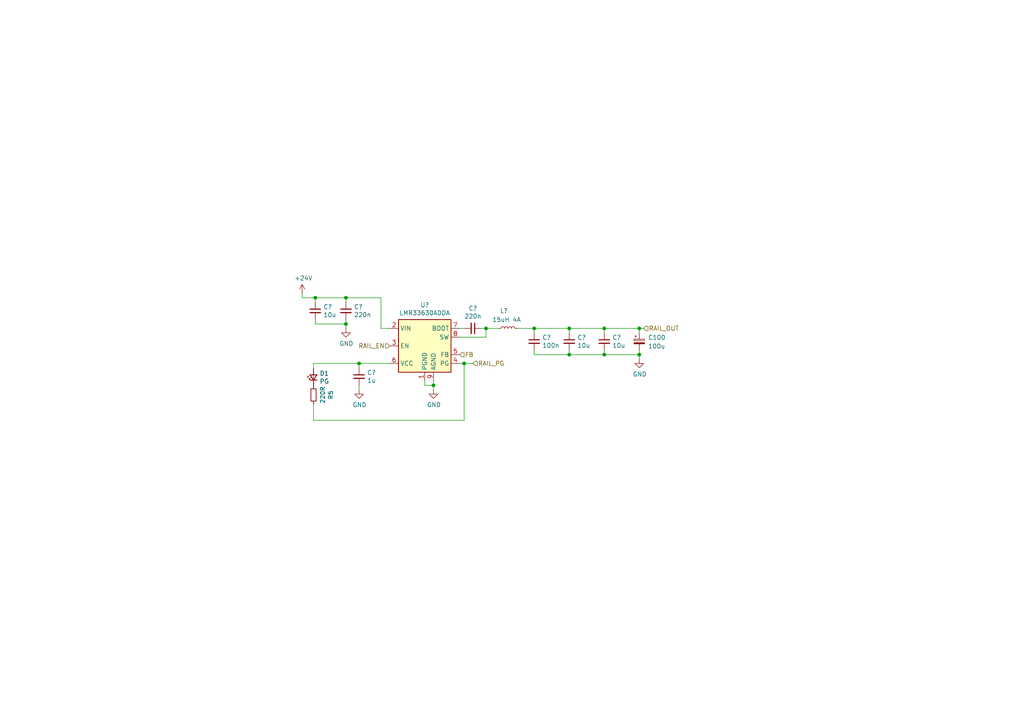
<source format=kicad_sch>
(kicad_sch (version 20230121) (generator eeschema)
  (paper "A4")
  (lib_symbols
    (symbol "+24V_4" (power) (pin_names (offset 0))
      (property "Value" "+24V_4" (at 0 3.556 0))
      (symbol "+24V_4_0_1"
        (polyline (pts (xy -0.762 1.27) (xy 0 2.54)))
        (polyline (pts (xy 0 0) (xy 0 2.54)))
        (polyline (pts (xy 0 2.54) (xy 0.762 1.27)))
      )
      (symbol "+24V_4_1_1"
        (pin power_in line (at 0 0 90) (length 0) hide (name "+24V") (number "1"))
      )
    )
    (symbol "Device:C_Polarized_Small" (pin_numbers hide) (pin_names (offset 0.254) hide)
      (property "Reference" "C" (at 0.254 1.778 0))
      (property "Value" "C_Polarized_Small" (at 0.254 -2.032 0))
      (symbol "C_Polarized_Small_0_1"
        (rectangle (start -1.524 -0.3048) (end 1.524 -0.6858) (fill (type outline)))
        (rectangle (start -1.524 0.6858) (end 1.524 0.3048))
        (polyline (pts (xy -1.27 1.524) (xy -0.762 1.524)))
        (polyline (pts (xy -1.016 1.27) (xy -1.016 1.778)))
      )
      (symbol "C_Polarized_Small_1_1"
        (pin passive line (at 0 2.54 270) (length 1.8542) (name "~") (number "1"))
        (pin passive line (at 0 -2.54 90) (length 1.8542) (name "~") (number "2"))
      )
    )
    (symbol "Device:C_Small" (pin_numbers hide) (pin_names (offset 0.254) hide)
      (property "Reference" "C" (at 0.254 1.778 0))
      (property "Value" "C_Small" (at 0.254 -2.032 0))
      (symbol "C_Small_0_1"
        (polyline (pts (xy -1.524 -0.508) (xy 1.524 -0.508)) (stroke (width 0.3302)))
        (polyline (pts (xy -1.524 0.508) (xy 1.524 0.508)) (stroke (width 0.3048)))
      )
      (symbol "C_Small_1_1"
        (pin passive line (at 0 2.54 270) (length 2.032) (name "~") (number "1"))
        (pin passive line (at 0 -2.54 90) (length 2.032) (name "~") (number "2"))
      )
    )
    (symbol "Device:LED_Small" (pin_numbers hide) (pin_names (offset 0.254) hide)
      (property "Reference" "D" (at -1.27 3.175 0))
      (property "Value" "LED_Small" (at -4.445 -2.54 0))
      (symbol "LED_Small_0_1"
        (polyline (pts (xy -0.762 -1.016) (xy -0.762 1.016)) (stroke (width 0.254)))
        (polyline (pts (xy 1.016 0) (xy -0.762 0)))
        (polyline (pts (xy 0.762 -1.016) (xy -0.762 0) (xy 0.762 1.016) (xy 0.762 -1.016)) (stroke (width 0.254)))
        (polyline (pts (xy 0 0.762) (xy -0.508 1.27) (xy -0.254 1.27) (xy -0.508 1.27) (xy -0.508 1.016)))
        (polyline (pts (xy 0.508 1.27) (xy 0 1.778) (xy 0.254 1.778) (xy 0 1.778) (xy 0 1.524)))
      )
      (symbol "LED_Small_1_1"
        (pin passive line (at -2.54 0 0) (length 1.778) (name "K") (number "1"))
        (pin passive line (at 2.54 0 180) (length 1.778) (name "A") (number "2"))
      )
    )
    (symbol "Device:L_Small" (pin_numbers hide) (pin_names (offset 0.254) hide)
      (property "Reference" "L" (at 0.762 1.016 0))
      (property "Value" "L_Small" (at 0.762 -1.016 0))
      (symbol "L_Small_0_1"
        (arc (start 0 -2.032) (mid 0.5058 -1.524) (end 0 -1.016))
        (arc (start 0 -1.016) (mid 0.5058 -0.508) (end 0 0))
        (arc (start 0 0) (mid 0.5058 0.508) (end 0 1.016))
        (arc (start 0 1.016) (mid 0.5058 1.524) (end 0 2.032))
      )
      (symbol "L_Small_1_1"
        (pin passive line (at 0 2.54 270) (length 0.508) (name "~") (number "1"))
        (pin passive line (at 0 -2.54 90) (length 0.508) (name "~") (number "2"))
      )
    )
    (symbol "Device:R_Small" (pin_numbers hide) (pin_names (offset 0.254) hide)
      (property "Reference" "R" (at 0.762 0.508 0))
      (property "Value" "R_Small" (at 0.762 -1.016 0))
      (symbol "R_Small_0_1"
        (rectangle (start -0.762 1.778) (end 0.762 -1.778) (stroke (width 0.2032)))
      )
      (symbol "R_Small_1_1"
        (pin passive line (at 0 2.54 270) (length 0.762) (name "~") (number "1"))
        (pin passive line (at 0 -2.54 90) (length 0.762) (name "~") (number "2"))
      )
    )
    (symbol "GND_13" (power) (pin_names (offset 0))
      (property "Value" "GND_13" (at 0 -3.81 0))
      (symbol "GND_13_0_1"
        (polyline (pts (xy 0 0) (xy 0 -1.27) (xy 1.27 -1.27) (xy 0 -2.54) (xy -1.27 -1.27) (xy 0 -1.27)))
      )
      (symbol "GND_13_1_1"
        (pin power_in line (at 0 0 270) (length 0) hide (name "GND") (number "1"))
      )
    )
    (symbol "GND_16" (power) (pin_names (offset 0))
      (property "Value" "GND_16" (at 0 -3.81 0))
      (symbol "GND_16_0_1"
        (polyline (pts (xy 0 0) (xy 0 -1.27) (xy 1.27 -1.27) (xy 0 -2.54) (xy -1.27 -1.27) (xy 0 -1.27)))
      )
      (symbol "GND_16_1_1"
        (pin power_in line (at 0 0 270) (length 0) hide (name "GND") (number "1"))
      )
    )
    (symbol "GND_17" (power) (pin_names (offset 0))
      (property "Value" "GND_17" (at 0 -3.81 0))
      (symbol "GND_17_0_1"
        (polyline (pts (xy 0 0) (xy 0 -1.27) (xy 1.27 -1.27) (xy 0 -2.54) (xy -1.27 -1.27) (xy 0 -1.27)))
      )
      (symbol "GND_17_1_1"
        (pin power_in line (at 0 0 270) (length 0) hide (name "GND") (number "1"))
      )
    )
    (symbol "GND_19" (power) (pin_names (offset 0))
      (property "Value" "GND_19" (at 0 -3.81 0))
      (symbol "GND_19_0_1"
        (polyline (pts (xy 0 0) (xy 0 -1.27) (xy 1.27 -1.27) (xy 0 -2.54) (xy -1.27 -1.27) (xy 0 -1.27)))
      )
      (symbol "GND_19_1_1"
        (pin power_in line (at 0 0 270) (length 0) hide (name "GND") (number "1"))
      )
    )
    (symbol "Regulator_Switching:LMR33630ADDA"
      (property "Reference" "U" (at 0 11.43 0))
      (property "Value" "LMR33630ADDA" (at 0 8.89 0))
      (symbol "LMR33630ADDA_0_1"
        (rectangle (start -7.62 7.62) (end 7.62 -7.62) (stroke (width 0.254)) (fill (type background)))
      )
      (symbol "LMR33630ADDA_1_1"
        (pin power_in line (at 0 -10.16 90) (length 2.54) (name "PGND") (number "1"))
        (pin power_in line (at -10.16 5.08 0) (length 2.54) (name "VIN") (number "2"))
        (pin input line (at -10.16 0 0) (length 2.54) (name "EN") (number "3"))
        (pin open_collector line (at 10.16 -5.08 180) (length 2.54) (name "PG") (number "4"))
        (pin input line (at 10.16 -2.54 180) (length 2.54) (name "FB") (number "5"))
        (pin power_out line (at -10.16 -5.08 0) (length 2.54) (name "VCC") (number "6"))
        (pin input line (at 10.16 5.08 180) (length 2.54) (name "BOOT") (number "7"))
        (pin output line (at 10.16 2.54 180) (length 2.54) (name "SW") (number "8"))
        (pin power_in line (at 2.54 -10.16 90) (length 2.54) (name "AGND") (number "9"))
      )
    )
  )
  (junction (at 104.14 105.41))
  (junction (at 185.42 95.25))
  (junction (at 165.1 95.25))
  (junction (at 91.44 86.36))
  (junction (at 134.62 105.41))
  (junction (at 185.42 102.87))
  (junction (at 100.33 86.36))
  (junction (at 100.33 93.98))
  (junction (at 125.73 111.76))
  (junction (at 154.94 95.25))
  (junction (at 175.26 102.87))
  (junction (at 165.1 102.87))
  (junction (at 175.26 95.25))
  (junction (at 140.97 95.25))
  (wire (pts (xy 134.62 105.41) (xy 137.16 105.41)))
  (wire (pts (xy 125.73 111.76) (xy 125.73 113.03)))
  (wire (pts (xy 154.94 95.25) (xy 165.1 95.25)))
  (wire (pts (xy 134.62 95.25) (xy 133.35 95.25)))
  (wire (pts (xy 134.62 121.92) (xy 134.62 105.41)))
  (wire (pts (xy 186.69 95.25) (xy 185.42 95.25)))
  (wire (pts (xy 110.49 95.25) (xy 110.49 86.36)))
  (wire (pts (xy 125.73 110.49) (xy 125.73 111.76)))
  (wire (pts (xy 185.42 95.25) (xy 185.42 96.52)))
  (wire (pts (xy 185.42 102.87) (xy 185.42 101.6)))
  (wire (pts (xy 140.97 97.79) (xy 140.97 95.25)))
  (wire (pts (xy 110.49 86.36) (xy 100.33 86.36)))
  (wire (pts (xy 90.932 117.094) (xy 90.932 121.92)))
  (wire (pts (xy 100.33 93.98) (xy 100.33 95.25)))
  (wire (pts (xy 87.63 86.36) (xy 91.44 86.36)))
  (wire (pts (xy 140.97 95.25) (xy 139.7 95.25)))
  (wire (pts (xy 165.1 95.25) (xy 175.26 95.25)))
  (wire (pts (xy 90.932 121.92) (xy 134.62 121.92)))
  (wire (pts (xy 100.33 86.36) (xy 100.33 87.63)))
  (wire (pts (xy 123.19 111.76) (xy 123.19 110.49)))
  (wire (pts (xy 175.26 101.6) (xy 175.26 102.87)))
  (wire (pts (xy 175.26 95.25) (xy 185.42 95.25)))
  (wire (pts (xy 91.44 87.63) (xy 91.44 86.36)))
  (wire (pts (xy 154.94 102.87) (xy 165.1 102.87)))
  (wire (pts (xy 165.1 102.87) (xy 175.26 102.87)))
  (wire (pts (xy 100.33 92.71) (xy 100.33 93.98)))
  (wire (pts (xy 87.63 85.09) (xy 87.63 86.36)))
  (wire (pts (xy 133.35 97.79) (xy 140.97 97.79)))
  (wire (pts (xy 104.14 106.68) (xy 104.14 105.41)))
  (wire (pts (xy 104.14 113.03) (xy 104.14 111.76)))
  (wire (pts (xy 104.14 105.41) (xy 113.03 105.41)))
  (wire (pts (xy 165.1 101.6) (xy 165.1 102.87)))
  (wire (pts (xy 125.73 111.76) (xy 123.19 111.76)))
  (wire (pts (xy 175.26 96.52) (xy 175.26 95.25)))
  (wire (pts (xy 149.86 95.25) (xy 154.94 95.25)))
  (wire (pts (xy 91.44 92.71) (xy 91.44 93.98)))
  (wire (pts (xy 144.78 95.25) (xy 140.97 95.25)))
  (wire (pts (xy 133.35 105.41) (xy 134.62 105.41)))
  (wire (pts (xy 91.44 86.36) (xy 100.33 86.36)))
  (wire (pts (xy 113.03 95.25) (xy 110.49 95.25)))
  (wire (pts (xy 165.1 96.52) (xy 165.1 95.25)))
  (wire (pts (xy 90.932 106.934) (xy 90.932 105.41)))
  (wire (pts (xy 154.94 96.52) (xy 154.94 95.25)))
  (wire (pts (xy 175.26 102.87) (xy 185.42 102.87)))
  (wire (pts (xy 91.44 93.98) (xy 100.33 93.98)))
  (wire (pts (xy 90.932 105.41) (xy 104.14 105.41)))
  (wire (pts (xy 185.42 102.87) (xy 185.42 104.14)))
  (wire (pts (xy 154.94 101.6) (xy 154.94 102.87)))
  (hierarchical_label "RAIL_EN" (shape input) (at 113.03 100.33 180))
  (hierarchical_label "FB" (shape input) (at 133.35 102.87 0))
  (hierarchical_label "RAIL_OUT" (shape input) (at 186.69 95.25 0))
  (hierarchical_label "RAIL_PG" (shape input) (at 137.16 105.41 0))
  (symbol (lib_id "Device:C_Small") (at 91.44 90.17 0) (unit 1)
    (property "Reference" "C?" (at 93.7768 89.0016 0) (effects (justify left)))
    (property "Value" "10u" (at 93.7768 91.313 0) (effects (justify left)))
    (property "Footprint" "Capacitor_SMD:C_1206_3216Metric" (effects hide))
    (property "LCSC Part #" "C13585" (effects hide))
    (instances (project "pipcb" (path "" (reference "C?") (unit 1)) (path "" (reference "C37") (unit 1)) (path "" (reference "C90") (unit 1)) (path "" (reference "C42") (unit 1)) (path "" (reference "C50") (unit 1)) (path "" (reference "C58") (unit 1)) (path "" (reference "C66") (unit 1)) (path "" (reference "C74") (unit 1)) (path "" (reference "C82") (unit 1))) (project "power" (path "" (reference "C?") (unit 1))))
  )
  (symbol (lib_name "+24V_4") (lib_id "power:+24V") (at 87.63 85.09 0) (unit 1)
    (property "Reference" "#PWR?" (effects hide))
    (property "Value" "+24V" (at 88.011 80.6958 0))
    (instances (project "pipcb" (path "" (reference "#PWR?") (unit 1)) (path "" (reference "#PWR09") (unit 1)) (path "" (reference "#PWR0155") (unit 1)) (path "" (reference "#PWR053") (unit 1)) (path "" (reference "#PWR0125") (unit 1)) (path "" (reference "#PWR0131") (unit 1)) (path "" (reference "#PWR0138") (unit 1)) (path "" (reference "#PWR0143") (unit 1)) (path "" (reference "#PWR0149") (unit 1))) (project "power" (path "" (reference "#PWR?") (unit 1))))
  )
  (symbol (lib_id "Device:C_Small") (at 100.33 90.17 0) (unit 1)
    (property "Reference" "C?" (at 102.6668 89.0016 0) (effects (justify left)))
    (property "Value" "220n" (at 102.6668 91.313 0) (effects (justify left)))
    (property "Footprint" "Capacitor_SMD:C_0805_2012Metric" (effects hide))
    (property "LCSC Part #" "C5378" (effects hide))
    (instances (project "pipcb" (path "" (reference "C?") (unit 1)) (path "" (reference "C34") (unit 1)) (path "" (reference "C91") (unit 1)) (path "" (reference "C43") (unit 1)) (path "" (reference "C51") (unit 1)) (path "" (reference "C59") (unit 1)) (path "" (reference "C67") (unit 1)) (path "" (reference "C75") (unit 1)) (path "" (reference "C83") (unit 1))) (project "power" (path "" (reference "C?") (unit 1))))
  )
  (symbol (lib_id "Device:R_Small") (at 90.932 114.554 180) (unit 1)
    (property "Reference" "R5" (at 95.9104 114.554 90))
    (property "Value" "220R" (at 93.599 114.554 90))
    (property "Footprint" "Resistor_SMD:R_0805_2012Metric" (effects hide))
    (property "LCSC Part #" "C17557" (effects hide))
    (instances (project "pipcb" (path "" (reference "R5") (unit 1)) (path "" (reference "R5") (unit 1)) (path "" (reference "R21") (unit 1)) (path "" (reference "R22") (unit 1)) (path "" (reference "R23") (unit 1)) (path "" (reference "R24") (unit 1)) (path "" (reference "R25") (unit 1)) (path "" (reference "R26") (unit 1)) (path "" (reference "R27") (unit 1))))
  )
  (symbol (lib_name "GND_19") (lib_id "power:GND") (at 125.73 113.03 0) (unit 1)
    (property "Reference" "#PWR?" (effects hide))
    (property "Value" "GND" (at 125.857 117.4242 0))
    (instances (project "pipcb" (path "" (reference "#PWR?") (unit 1)) (path "" (reference "#PWR020") (unit 1)) (path "" (reference "#PWR0159") (unit 1)) (path "" (reference "#PWR0122") (unit 1)) (path "" (reference "#PWR0129") (unit 1)) (path "" (reference "#PWR0135") (unit 1)) (path "" (reference "#PWR0142") (unit 1)) (path "" (reference "#PWR0147") (unit 1)) (path "" (reference "#PWR0153") (unit 1))) (project "power" (path "" (reference "#PWR?") (unit 1))))
  )
  (symbol (lib_id "Device:C_Small") (at 137.16 95.25 270) (unit 1)
    (property "Reference" "C?" (at 137.16 89.4334 90))
    (property "Value" "220n" (at 137.16 91.7448 90))
    (property "Footprint" "Capacitor_SMD:C_0805_2012Metric" (effects hide))
    (property "LCSC Part #" "C5378" (effects hide))
    (instances (project "pipcb" (path "" (reference "C?") (unit 1)) (path "" (reference "C36") (unit 1)) (path "" (reference "C92") (unit 1)) (path "" (reference "C44") (unit 1)) (path "" (reference "C52") (unit 1)) (path "" (reference "C60") (unit 1)) (path "" (reference "C68") (unit 1)) (path "" (reference "C76") (unit 1)) (path "" (reference "C84") (unit 1))) (project "power" (path "" (reference "C?") (unit 1))))
  )
  (symbol (lib_id "Device:L_Small") (at 147.32 95.25 90) (unit 1)
    (property "Reference" "L?" (at 147.32 90.17 90) (effects (justify left)))
    (property "Value" "15uH 4A" (at 151.13 92.71 90) (effects (justify left)))
    (property "Footprint" "maxlibrary:L_Cenker_CKST0603" (effects hide))
    (property "LCSC Part #" "C3002651" (effects hide))
    (instances (project "pipcb" (path "" (reference "L?") (unit 1)) (path "" (reference "L14") (unit 1)) (path "" (reference "L21") (unit 1)) (path "" (reference "L15") (unit 1)) (path "" (reference "L16") (unit 1)) (path "" (reference "L17") (unit 1)) (path "" (reference "L18") (unit 1)) (path "" (reference "L19") (unit 1)) (path "" (reference "L20") (unit 1))) (project "power" (path "" (reference "L?") (unit 1))))
  )
  (symbol (lib_id "Regulator_Switching:LMR33630ADDA") (at 123.19 100.33 0) (unit 1)
    (property "Reference" "U?" (at 123.19 88.4682 0))
    (property "Value" "LMR33630ADDA" (at 123.19 90.7796 0))
    (property "Footprint" "Package_SO:Texas_HSOP-8-1EP_3.9x4.9mm_P1.27mm_ThermalVias" (effects hide))
    (property "Datasheet" "http://www.ti.com/lit/ds/symlink/lmr33630.pdf" (effects hide))
    (property "LCSC Part #" "C841384" (effects hide))
    (instances (project "pipcb" (path "" (reference "U?") (unit 1)) (path "" (reference "U4") (unit 1)) (path "" (reference "U21") (unit 1)) (path "" (reference "U15") (unit 1)) (path "" (reference "U16") (unit 1)) (path "" (reference "U17") (unit 1)) (path "" (reference "U18") (unit 1)) (path "" (reference "U19") (unit 1)) (path "" (reference "U20") (unit 1))) (project "power" (path "" (reference "U?") (unit 1))))
  )
  (symbol (lib_id "Device:C_Polarized_Small") (at 185.42 99.06 0) (unit 1)
    (property "Reference" "C100" (at 187.96 97.8789 0) (effects (justify left)))
    (property "Value" "100u" (at 187.96 100.4189 0) (effects (justify left)))
    (property "Footprint" "Capacitor_SMD:CP_Elec_10x10" (effects hide))
    (property "LCSC Part #" "C371283" (effects hide))
    (instances (project "pipcb" (path "" (reference "C100") (unit 1)) (path "" (reference "C99") (unit 1)) (path "" (reference "C101") (unit 1)) (path "" (reference "C102") (unit 1)) (path "" (reference "C103") (unit 1)) (path "" (reference "C104") (unit 1)) (path "" (reference "C105") (unit 1)) (path "" (reference "C106") (unit 1))))
  )
  (symbol (lib_name "GND_16") (lib_id "power:GND") (at 104.14 113.03 0) (unit 1)
    (property "Reference" "#PWR?" (effects hide))
    (property "Value" "GND" (at 104.267 117.4242 0))
    (instances (project "pipcb" (path "" (reference "#PWR?") (unit 1)) (path "" (reference "#PWR017") (unit 1)) (path "" (reference "#PWR0158") (unit 1)) (path "" (reference "#PWR0121") (unit 1)) (path "" (reference "#PWR0128") (unit 1)) (path "" (reference "#PWR0134") (unit 1)) (path "" (reference "#PWR0141") (unit 1)) (path "" (reference "#PWR0146") (unit 1)) (path "" (reference "#PWR0152") (unit 1))) (project "power" (path "" (reference "#PWR?") (unit 1))))
  )
  (symbol (lib_id "Device:LED_Small") (at 90.932 109.474 90) (unit 1)
    (property "Reference" "D1" (at 92.71 108.3056 90) (effects (justify right)))
    (property "Value" "PG" (at 92.71 110.617 90) (effects (justify right)))
    (property "Footprint" "LED_SMD:LED_0805_2012Metric" (effects hide))
    (property "LCSC Part #" "C2297" (effects hide))
    (instances (project "pipcb" (path "" (reference "D1") (unit 1)) (path "" (reference "D1") (unit 1)) (path "" (reference "D9") (unit 1)) (path "" (reference "D10") (unit 1)) (path "" (reference "D11") (unit 1)) (path "" (reference "D12") (unit 1)) (path "" (reference "D13") (unit 1)) (path "" (reference "D14") (unit 1)) (path "" (reference "D15") (unit 1))))
  )
  (symbol (lib_id "Device:C_Small") (at 175.26 99.06 0) (unit 1)
    (property "Reference" "C?" (at 177.5968 97.8916 0) (effects (justify left)))
    (property "Value" "10u" (at 177.5968 100.203 0) (effects (justify left)))
    (property "Footprint" "Capacitor_SMD:C_1206_3216Metric" (effects hide))
    (property "LCSC Part #" "C13585" (effects hide))
    (instances (project "pipcb" (path "" (reference "C?") (unit 1)) (path "" (reference "C40") (unit 1)) (path "" (reference "C95") (unit 1)) (path "" (reference "C47") (unit 1)) (path "" (reference "C55") (unit 1)) (path "" (reference "C63") (unit 1)) (path "" (reference "C71") (unit 1)) (path "" (reference "C79") (unit 1)) (path "" (reference "C87") (unit 1))) (project "power" (path "" (reference "C?") (unit 1))))
  )
  (symbol (lib_name "GND_13") (lib_id "power:GND") (at 185.42 104.14 0) (unit 1)
    (property "Reference" "#PWR?" (effects hide))
    (property "Value" "GND" (at 185.547 108.5342 0))
    (instances (project "pipcb" (path "" (reference "#PWR?") (unit 1)) (path "" (reference "#PWR022") (unit 1)) (path "" (reference "#PWR0157") (unit 1)) (path "" (reference "#PWR0120") (unit 1)) (path "" (reference "#PWR0127") (unit 1)) (path "" (reference "#PWR0133") (unit 1)) (path "" (reference "#PWR0140") (unit 1)) (path "" (reference "#PWR0145") (unit 1)) (path "" (reference "#PWR0151") (unit 1))) (project "power" (path "" (reference "#PWR?") (unit 1))))
  )
  (symbol (lib_id "Device:C_Small") (at 154.94 99.06 0) (unit 1)
    (property "Reference" "C?" (at 157.2768 97.8916 0) (effects (justify left)))
    (property "Value" "100n" (at 157.2768 100.203 0) (effects (justify left)))
    (property "Footprint" "Capacitor_SMD:C_0805_2012Metric" (effects hide))
    (property "LCSC Part #" "C28233" (effects hide))
    (instances (project "pipcb" (path "" (reference "C?") (unit 1)) (path "" (reference "C38") (unit 1)) (path "" (reference "C93") (unit 1)) (path "" (reference "C45") (unit 1)) (path "" (reference "C53") (unit 1)) (path "" (reference "C61") (unit 1)) (path "" (reference "C69") (unit 1)) (path "" (reference "C77") (unit 1)) (path "" (reference "C85") (unit 1))) (project "power" (path "" (reference "C?") (unit 1))))
  )
  (symbol (lib_id "Device:C_Small") (at 165.1 99.06 0) (unit 1)
    (property "Reference" "C?" (at 167.4368 97.8916 0) (effects (justify left)))
    (property "Value" "10u" (at 167.4368 100.203 0) (effects (justify left)))
    (property "Footprint" "Capacitor_SMD:C_1206_3216Metric" (effects hide))
    (property "LCSC Part #" "C13585" (effects hide))
    (instances (project "pipcb" (path "" (reference "C?") (unit 1)) (path "" (reference "C39") (unit 1)) (path "" (reference "C94") (unit 1)) (path "" (reference "C46") (unit 1)) (path "" (reference "C54") (unit 1)) (path "" (reference "C62") (unit 1)) (path "" (reference "C70") (unit 1)) (path "" (reference "C78") (unit 1)) (path "" (reference "C86") (unit 1))) (project "power" (path "" (reference "C?") (unit 1))))
  )
  (symbol (lib_id "Device:C_Small") (at 104.14 109.22 0) (unit 1)
    (property "Reference" "C?" (at 106.4768 108.0516 0) (effects (justify left)))
    (property "Value" "1u" (at 106.4768 110.363 0) (effects (justify left)))
    (property "Footprint" "Capacitor_SMD:C_0603_1608Metric" (effects hide))
    (property "LCSC Part #" "C15849" (effects hide))
    (instances (project "pipcb" (path "" (reference "C?") (unit 1)) (path "" (reference "C35") (unit 1)) (path "" (reference "C97") (unit 1)) (path "" (reference "C49") (unit 1)) (path "" (reference "C57") (unit 1)) (path "" (reference "C65") (unit 1)) (path "" (reference "C73") (unit 1)) (path "" (reference "C81") (unit 1)) (path "" (reference "C89") (unit 1))) (project "power" (path "" (reference "C?") (unit 1))))
  )
  (symbol (lib_name "GND_17") (lib_id "power:GND") (at 100.33 95.25 0) (unit 1)
    (property "Reference" "#PWR?" (effects hide))
    (property "Value" "GND" (at 100.457 99.6442 0))
    (instances (project "pipcb" (path "" (reference "#PWR?") (unit 1)) (path "" (reference "#PWR012") (unit 1)) (path "" (reference "#PWR0156") (unit 1)) (path "" (reference "#PWR054") (unit 1)) (path "" (reference "#PWR0126") (unit 1)) (path "" (reference "#PWR0132") (unit 1)) (path "" (reference "#PWR0139") (unit 1)) (path "" (reference "#PWR0144") (unit 1)) (path "" (reference "#PWR0150") (unit 1))) (project "power" (path "" (reference "#PWR?") (unit 1))))
  )
)
</source>
